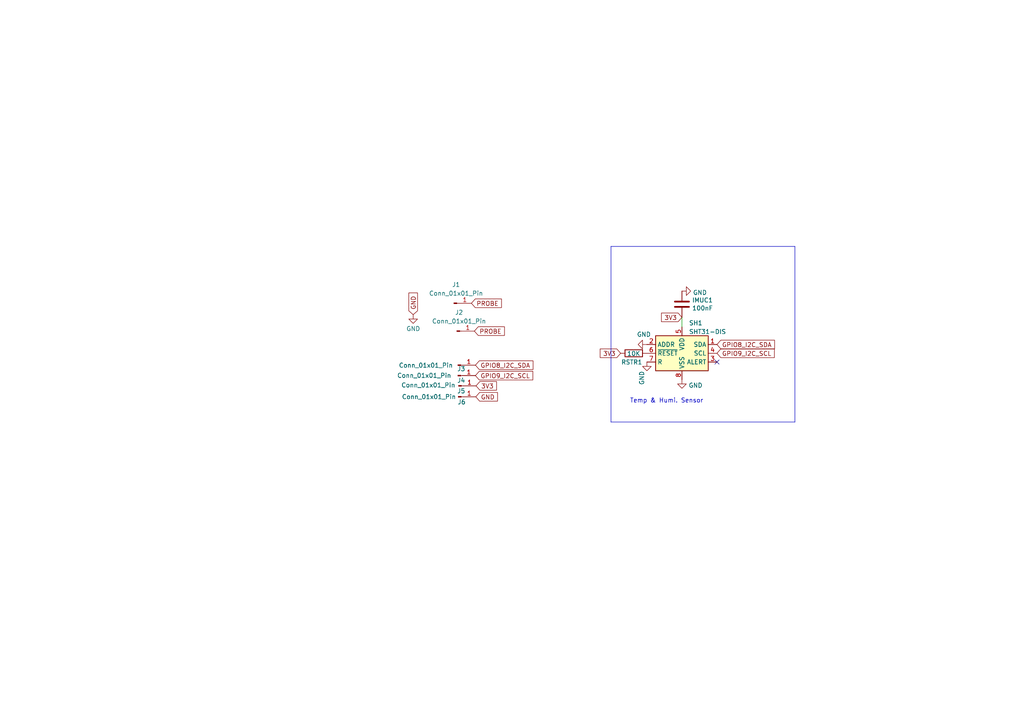
<source format=kicad_sch>
(kicad_sch (version 20230121) (generator eeschema)

  (uuid 9214748f-faa1-4cf0-90fa-79fd3b43b169)

  (paper "A4")

  (lib_symbols
    (symbol "Connector:Conn_01x01_Pin" (pin_names (offset 1.016) hide) (in_bom yes) (on_board yes)
      (property "Reference" "J" (at 0 2.54 0)
        (effects (font (size 1.27 1.27)))
      )
      (property "Value" "Conn_01x01_Pin" (at 0 -2.54 0)
        (effects (font (size 1.27 1.27)))
      )
      (property "Footprint" "" (at 0 0 0)
        (effects (font (size 1.27 1.27)) hide)
      )
      (property "Datasheet" "~" (at 0 0 0)
        (effects (font (size 1.27 1.27)) hide)
      )
      (property "ki_locked" "" (at 0 0 0)
        (effects (font (size 1.27 1.27)))
      )
      (property "ki_keywords" "connector" (at 0 0 0)
        (effects (font (size 1.27 1.27)) hide)
      )
      (property "ki_description" "Generic connector, single row, 01x01, script generated" (at 0 0 0)
        (effects (font (size 1.27 1.27)) hide)
      )
      (property "ki_fp_filters" "Connector*:*_1x??_*" (at 0 0 0)
        (effects (font (size 1.27 1.27)) hide)
      )
      (symbol "Conn_01x01_Pin_1_1"
        (polyline
          (pts
            (xy 1.27 0)
            (xy 0.8636 0)
          )
          (stroke (width 0.1524) (type default))
          (fill (type none))
        )
        (rectangle (start 0.8636 0.127) (end 0 -0.127)
          (stroke (width 0.1524) (type default))
          (fill (type outline))
        )
        (pin passive line (at 5.08 0 180) (length 3.81)
          (name "Pin_1" (effects (font (size 1.27 1.27))))
          (number "1" (effects (font (size 1.27 1.27))))
        )
      )
    )
    (symbol "Device:C" (pin_numbers hide) (pin_names (offset 0.254)) (in_bom yes) (on_board yes)
      (property "Reference" "C" (at 0.635 2.54 0)
        (effects (font (size 1.27 1.27)) (justify left))
      )
      (property "Value" "C" (at 0.635 -2.54 0)
        (effects (font (size 1.27 1.27)) (justify left))
      )
      (property "Footprint" "" (at 0.9652 -3.81 0)
        (effects (font (size 1.27 1.27)) hide)
      )
      (property "Datasheet" "~" (at 0 0 0)
        (effects (font (size 1.27 1.27)) hide)
      )
      (property "ki_keywords" "cap capacitor" (at 0 0 0)
        (effects (font (size 1.27 1.27)) hide)
      )
      (property "ki_description" "Unpolarized capacitor" (at 0 0 0)
        (effects (font (size 1.27 1.27)) hide)
      )
      (property "ki_fp_filters" "C_*" (at 0 0 0)
        (effects (font (size 1.27 1.27)) hide)
      )
      (symbol "C_0_1"
        (polyline
          (pts
            (xy -2.032 -0.762)
            (xy 2.032 -0.762)
          )
          (stroke (width 0.508) (type default))
          (fill (type none))
        )
        (polyline
          (pts
            (xy -2.032 0.762)
            (xy 2.032 0.762)
          )
          (stroke (width 0.508) (type default))
          (fill (type none))
        )
      )
      (symbol "C_1_1"
        (pin passive line (at 0 3.81 270) (length 2.794)
          (name "~" (effects (font (size 1.27 1.27))))
          (number "1" (effects (font (size 1.27 1.27))))
        )
        (pin passive line (at 0 -3.81 90) (length 2.794)
          (name "~" (effects (font (size 1.27 1.27))))
          (number "2" (effects (font (size 1.27 1.27))))
        )
      )
    )
    (symbol "Device:R" (pin_numbers hide) (pin_names (offset 0)) (in_bom yes) (on_board yes)
      (property "Reference" "R" (at 2.032 0 90)
        (effects (font (size 1.27 1.27)))
      )
      (property "Value" "R" (at 0 0 90)
        (effects (font (size 1.27 1.27)))
      )
      (property "Footprint" "" (at -1.778 0 90)
        (effects (font (size 1.27 1.27)) hide)
      )
      (property "Datasheet" "~" (at 0 0 0)
        (effects (font (size 1.27 1.27)) hide)
      )
      (property "ki_keywords" "R res resistor" (at 0 0 0)
        (effects (font (size 1.27 1.27)) hide)
      )
      (property "ki_description" "Resistor" (at 0 0 0)
        (effects (font (size 1.27 1.27)) hide)
      )
      (property "ki_fp_filters" "R_*" (at 0 0 0)
        (effects (font (size 1.27 1.27)) hide)
      )
      (symbol "R_0_1"
        (rectangle (start -1.016 -2.54) (end 1.016 2.54)
          (stroke (width 0.254) (type default))
          (fill (type none))
        )
      )
      (symbol "R_1_1"
        (pin passive line (at 0 3.81 270) (length 1.27)
          (name "~" (effects (font (size 1.27 1.27))))
          (number "1" (effects (font (size 1.27 1.27))))
        )
        (pin passive line (at 0 -3.81 90) (length 1.27)
          (name "~" (effects (font (size 1.27 1.27))))
          (number "2" (effects (font (size 1.27 1.27))))
        )
      )
    )
    (symbol "Sensor_Humidity:SHT31-DIS" (in_bom yes) (on_board yes)
      (property "Reference" "U" (at -6.35 6.35 0)
        (effects (font (size 1.27 1.27)))
      )
      (property "Value" "SHT31-DIS" (at 6.35 6.35 0)
        (effects (font (size 1.27 1.27)))
      )
      (property "Footprint" "Sensor_Humidity:Sensirion_DFN-8-1EP_2.5x2.5mm_P0.5mm_EP1.1x1.7mm" (at 0 1.27 0)
        (effects (font (size 1.27 1.27)) hide)
      )
      (property "Datasheet" "https://www.sensirion.com/fileadmin/user_upload/customers/sensirion/Dokumente/2_Humidity_Sensors/Datasheets/Sensirion_Humidity_Sensors_SHT3x_Datasheet_digital.pdf" (at 0 1.27 0)
        (effects (font (size 1.27 1.27)) hide)
      )
      (property "ki_keywords" "digital temperature humidity i2c" (at 0 0 0)
        (effects (font (size 1.27 1.27)) hide)
      )
      (property "ki_description" "I²C humidity and temperature sensor, ±2%RH, ±0.2°C, DFN-8" (at 0 0 0)
        (effects (font (size 1.27 1.27)) hide)
      )
      (property "ki_fp_filters" "Sensirion*DFN*1EP*2.5x2.5mm*P0.5mm*" (at 0 0 0)
        (effects (font (size 1.27 1.27)) hide)
      )
      (symbol "SHT31-DIS_0_1"
        (rectangle (start -7.62 5.08) (end 7.62 -5.08)
          (stroke (width 0.254) (type default))
          (fill (type background))
        )
      )
      (symbol "SHT31-DIS_1_1"
        (pin bidirectional line (at 10.16 2.54 180) (length 2.54)
          (name "SDA" (effects (font (size 1.27 1.27))))
          (number "1" (effects (font (size 1.27 1.27))))
        )
        (pin input line (at -10.16 2.54 0) (length 2.54)
          (name "ADDR" (effects (font (size 1.27 1.27))))
          (number "2" (effects (font (size 1.27 1.27))))
        )
        (pin output line (at 10.16 -2.54 180) (length 2.54)
          (name "ALERT" (effects (font (size 1.27 1.27))))
          (number "3" (effects (font (size 1.27 1.27))))
        )
        (pin input line (at 10.16 0 180) (length 2.54)
          (name "SCL" (effects (font (size 1.27 1.27))))
          (number "4" (effects (font (size 1.27 1.27))))
        )
        (pin power_in line (at 0 7.62 270) (length 2.54)
          (name "VDD" (effects (font (size 1.27 1.27))))
          (number "5" (effects (font (size 1.27 1.27))))
        )
        (pin input line (at -10.16 0 0) (length 2.54)
          (name "~{RESET}" (effects (font (size 1.27 1.27))))
          (number "6" (effects (font (size 1.27 1.27))))
        )
        (pin passive line (at -10.16 -2.54 0) (length 2.54)
          (name "R" (effects (font (size 1.27 1.27))))
          (number "7" (effects (font (size 1.27 1.27))))
        )
        (pin power_in line (at 0 -7.62 90) (length 2.54)
          (name "VSS" (effects (font (size 1.27 1.27))))
          (number "8" (effects (font (size 1.27 1.27))))
        )
        (pin passive line (at 0 -7.62 90) (length 2.54) hide
          (name "VSS" (effects (font (size 1.27 1.27))))
          (number "9" (effects (font (size 1.27 1.27))))
        )
      )
    )
    (symbol "power:GND" (power) (pin_names (offset 0)) (in_bom yes) (on_board yes)
      (property "Reference" "#PWR" (at 0 -6.35 0)
        (effects (font (size 1.27 1.27)) hide)
      )
      (property "Value" "GND" (at 0 -3.81 0)
        (effects (font (size 1.27 1.27)))
      )
      (property "Footprint" "" (at 0 0 0)
        (effects (font (size 1.27 1.27)) hide)
      )
      (property "Datasheet" "" (at 0 0 0)
        (effects (font (size 1.27 1.27)) hide)
      )
      (property "ki_keywords" "global power" (at 0 0 0)
        (effects (font (size 1.27 1.27)) hide)
      )
      (property "ki_description" "Power symbol creates a global label with name \"GND\" , ground" (at 0 0 0)
        (effects (font (size 1.27 1.27)) hide)
      )
      (symbol "GND_0_1"
        (polyline
          (pts
            (xy 0 0)
            (xy 0 -1.27)
            (xy 1.27 -1.27)
            (xy 0 -2.54)
            (xy -1.27 -1.27)
            (xy 0 -1.27)
          )
          (stroke (width 0) (type default))
          (fill (type none))
        )
      )
      (symbol "GND_1_1"
        (pin power_in line (at 0 0 270) (length 0) hide
          (name "GND" (effects (font (size 1.27 1.27))))
          (number "1" (effects (font (size 1.27 1.27))))
        )
      )
    )
  )


  (no_connect (at 207.9498 105.0036) (uuid cff6ed74-1101-42a5-ba12-1058bfa3613c))

  (wire (pts (xy 197.7898 92.0496) (xy 197.7898 94.8436))
    (stroke (width 0) (type default))
    (uuid 05b4165f-6154-45a6-975e-6388d4d8f0ae)
  )
  (polyline (pts (xy 177.2158 122.4026) (xy 177.2158 71.4756))
    (stroke (width 0) (type default))
    (uuid 68ff5714-3c82-405c-90f0-b782c0117bff)
  )
  (polyline (pts (xy 177.2158 122.4026) (xy 230.5558 122.4026))
    (stroke (width 0) (type default))
    (uuid 7f69d8ed-c2a4-4006-af92-b424650b882c)
  )
  (polyline (pts (xy 230.5558 71.4756) (xy 230.5558 122.4026))
    (stroke (width 0) (type default))
    (uuid a5a22694-d592-4aff-b00e-ab26f5ee0686)
  )
  (polyline (pts (xy 177.2158 71.4756) (xy 230.5558 71.4756))
    (stroke (width 0) (type default))
    (uuid e0571bec-5eb2-4e0b-a1f1-1932eaa7dad2)
  )

  (text "Temp & Humi. Sensor" (at 182.6768 117.0686 0)
    (effects (font (size 1.27 1.27)) (justify left bottom))
    (uuid 50060c21-7363-4f63-80c8-731c0c49d0b0)
  )

  (global_label "GPIO8_I2C_SDA" (shape input) (at 137.8966 105.918 0) (fields_autoplaced)
    (effects (font (size 1.27 1.27)) (justify left))
    (uuid 028b238e-349b-4af9-b29c-1e1147c8ea4c)
    (property "Intersheetrefs" "${INTERSHEET_REFS}" (at 154.5821 105.9974 0)
      (effects (font (size 1.27 1.27)) (justify left) hide)
    )
  )
  (global_label "GPIO9_I2C_SCL" (shape input) (at 207.9498 102.4636 0) (fields_autoplaced)
    (effects (font (size 1.27 1.27)) (justify left))
    (uuid 143368ce-ad76-4fe0-ab15-d60fc6ff8ac7)
    (property "Intersheetrefs" "${INTERSHEET_REFS}" (at 224.5748 102.543 0)
      (effects (font (size 1.27 1.27)) (justify left) hide)
    )
  )
  (global_label "GND" (shape input) (at 137.9982 115.0874 0) (fields_autoplaced)
    (effects (font (size 1.27 1.27)) (justify left))
    (uuid 1a4343fb-58a1-4f1f-a4a2-b47b60ad06e5)
    (property "Intersheetrefs" "${INTERSHEET_REFS}" (at 144.8539 115.0874 0)
      (effects (font (size 1.27 1.27)) (justify left) hide)
    )
  )
  (global_label "GND" (shape input) (at 119.8372 91.2622 90) (fields_autoplaced)
    (effects (font (size 1.27 1.27)) (justify left))
    (uuid 1e400e23-855b-4cd5-923d-6382572e202d)
    (property "Intersheetrefs" "${INTERSHEET_REFS}" (at 119.8372 84.4065 90)
      (effects (font (size 1.27 1.27)) (justify left) hide)
    )
  )
  (global_label "3V3" (shape input) (at 138.0744 111.9124 0) (fields_autoplaced)
    (effects (font (size 1.27 1.27)) (justify left))
    (uuid 5de967cf-c7ce-430e-a318-211dade3898b)
    (property "Intersheetrefs" "${INTERSHEET_REFS}" (at 144.5672 111.9124 0)
      (effects (font (size 1.27 1.27)) (justify left) hide)
    )
  )
  (global_label "GPIO8_I2C_SDA" (shape input) (at 207.9498 99.9236 0) (fields_autoplaced)
    (effects (font (size 1.27 1.27)) (justify left))
    (uuid 78b4969b-3eed-4818-9f29-e6bf19a8cc11)
    (property "Intersheetrefs" "${INTERSHEET_REFS}" (at 224.6353 100.003 0)
      (effects (font (size 1.27 1.27)) (justify left) hide)
    )
  )
  (global_label "3V3" (shape input) (at 180.0098 102.4636 180) (fields_autoplaced)
    (effects (font (size 1.27 1.27)) (justify right))
    (uuid 9827c6ef-90c2-4cd8-841d-cfff418a37b1)
    (property "Intersheetrefs" "${INTERSHEET_REFS}" (at 174.0891 102.3842 0)
      (effects (font (size 1.27 1.27)) (justify right) hide)
    )
  )
  (global_label "GPIO9_I2C_SCL" (shape input) (at 137.8966 108.9406 0) (fields_autoplaced)
    (effects (font (size 1.27 1.27)) (justify left))
    (uuid a019a629-8645-48ce-a543-3fcab475b163)
    (property "Intersheetrefs" "${INTERSHEET_REFS}" (at 154.5216 109.02 0)
      (effects (font (size 1.27 1.27)) (justify left) hide)
    )
  )
  (global_label "PROBE" (shape input) (at 137.5918 96.0374 0) (fields_autoplaced)
    (effects (font (size 1.27 1.27)) (justify left))
    (uuid cf7476eb-c931-45e8-8aa4-bf8e99b8cb5e)
    (property "Intersheetrefs" "${INTERSHEET_REFS}" (at 146.8665 96.0374 0)
      (effects (font (size 1.27 1.27)) (justify left) hide)
    )
  )
  (global_label "3V3" (shape input) (at 197.7898 92.0496 180) (fields_autoplaced)
    (effects (font (size 1.27 1.27)) (justify right))
    (uuid e049cf13-9473-42f3-9684-bb54e8181328)
    (property "Intersheetrefs" "${INTERSHEET_REFS}" (at 191.8691 91.9702 0)
      (effects (font (size 1.27 1.27)) (justify right) hide)
    )
  )
  (global_label "PROBE" (shape input) (at 136.7282 87.9602 0) (fields_autoplaced)
    (effects (font (size 1.27 1.27)) (justify left))
    (uuid f4bbd0da-3e8d-42d3-9204-c8f8c877372d)
    (property "Intersheetrefs" "${INTERSHEET_REFS}" (at 146.0029 87.9602 0)
      (effects (font (size 1.27 1.27)) (justify left) hide)
    )
  )

  (symbol (lib_id "power:GND") (at 187.6298 99.9236 270) (mirror x) (unit 1)
    (in_bom yes) (on_board yes) (dnp no)
    (uuid 32efc4b0-bc73-44e2-a391-7cd6850abc1c)
    (property "Reference" "#PWR02" (at 181.2798 99.9236 0)
      (effects (font (size 1.27 1.27)) hide)
    )
    (property "Value" "GND" (at 184.7088 97.0026 90)
      (effects (font (size 1.27 1.27)) (justify left))
    )
    (property "Footprint" "" (at 187.6298 99.9236 0)
      (effects (font (size 1.27 1.27)) hide)
    )
    (property "Datasheet" "" (at 187.6298 99.9236 0)
      (effects (font (size 1.27 1.27)) hide)
    )
    (pin "1" (uuid bd642727-3844-469b-8e38-a5562ed090f5))
    (instances
      (project "100mm_capacitive_probe"
        (path "/9214748f-faa1-4cf0-90fa-79fd3b43b169"
          (reference "#PWR02") (unit 1)
        )
      )
      (project "esp32_soil_moisture_sensor"
        (path "/c10be548-987f-4453-aa98-77901492af2e"
          (reference "#PWR0131") (unit 1)
        )
      )
    )
  )

  (symbol (lib_id "Connector:Conn_01x01_Pin") (at 132.8166 105.918 0) (unit 1)
    (in_bom yes) (on_board yes) (dnp no)
    (uuid 4257514d-4d4a-466e-9714-c08d89225080)
    (property "Reference" "J3" (at 133.7818 106.9848 0)
      (effects (font (size 1.27 1.27)))
    )
    (property "Value" "Conn_01x01_Pin" (at 123.5202 105.9688 0)
      (effects (font (size 1.27 1.27)))
    )
    (property "Footprint" "TestPoint:TestPoint_Pad_1.0x1.0mm" (at 132.8166 105.918 0)
      (effects (font (size 1.27 1.27)) hide)
    )
    (property "Datasheet" "~" (at 132.8166 105.918 0)
      (effects (font (size 1.27 1.27)) hide)
    )
    (pin "1" (uuid 593fa2ec-ea40-4580-a380-2627d7e18493))
    (instances
      (project "100mm_capacitive_probe"
        (path "/9214748f-faa1-4cf0-90fa-79fd3b43b169"
          (reference "J3") (unit 1)
        )
      )
    )
  )

  (symbol (lib_id "Connector:Conn_01x01_Pin") (at 132.9182 115.0874 0) (unit 1)
    (in_bom yes) (on_board yes) (dnp no)
    (uuid 4561d3d1-ade0-4aec-9d72-15668f8d0d2a)
    (property "Reference" "J6" (at 133.9088 116.6114 0)
      (effects (font (size 1.27 1.27)))
    )
    (property "Value" "Conn_01x01_Pin" (at 124.4092 115.0874 0)
      (effects (font (size 1.27 1.27)))
    )
    (property "Footprint" "TestPoint:TestPoint_Pad_1.0x1.0mm" (at 132.9182 115.0874 0)
      (effects (font (size 1.27 1.27)) hide)
    )
    (property "Datasheet" "~" (at 132.9182 115.0874 0)
      (effects (font (size 1.27 1.27)) hide)
    )
    (pin "1" (uuid 45f9849e-4992-472e-abc2-d5d031ebe5d8))
    (instances
      (project "100mm_capacitive_probe"
        (path "/9214748f-faa1-4cf0-90fa-79fd3b43b169"
          (reference "J6") (unit 1)
        )
      )
    )
  )

  (symbol (lib_id "power:GND") (at 197.7898 84.4296 90) (unit 1)
    (in_bom yes) (on_board yes) (dnp no) (fields_autoplaced)
    (uuid 5700dac0-681e-4741-a09d-932a8ab0f2e2)
    (property "Reference" "#PWR04" (at 204.1398 84.4296 0)
      (effects (font (size 1.27 1.27)) hide)
    )
    (property "Value" "GND" (at 200.9648 84.8634 90)
      (effects (font (size 1.27 1.27)) (justify right))
    )
    (property "Footprint" "" (at 197.7898 84.4296 0)
      (effects (font (size 1.27 1.27)) hide)
    )
    (property "Datasheet" "" (at 197.7898 84.4296 0)
      (effects (font (size 1.27 1.27)) hide)
    )
    (pin "1" (uuid 612b7a16-ad41-41d6-8a4f-27e1d60c65df))
    (instances
      (project "100mm_capacitive_probe"
        (path "/9214748f-faa1-4cf0-90fa-79fd3b43b169"
          (reference "#PWR04") (unit 1)
        )
      )
      (project "esp32_soil_moisture_sensor"
        (path "/c10be548-987f-4453-aa98-77901492af2e"
          (reference "#PWR0132") (unit 1)
        )
      )
    )
  )

  (symbol (lib_id "Connector:Conn_01x01_Pin") (at 132.9944 111.9124 0) (unit 1)
    (in_bom yes) (on_board yes) (dnp no)
    (uuid 5b67d9a4-6b21-4b4e-b7ee-dae23e78d454)
    (property "Reference" "J5" (at 133.7818 113.411 0)
      (effects (font (size 1.27 1.27)))
    )
    (property "Value" "Conn_01x01_Pin" (at 124.2314 111.7092 0)
      (effects (font (size 1.27 1.27)))
    )
    (property "Footprint" "TestPoint:TestPoint_Pad_1.0x1.0mm" (at 132.9944 111.9124 0)
      (effects (font (size 1.27 1.27)) hide)
    )
    (property "Datasheet" "~" (at 132.9944 111.9124 0)
      (effects (font (size 1.27 1.27)) hide)
    )
    (pin "1" (uuid 3468b8c7-244d-4bad-b25c-d488086208d7))
    (instances
      (project "100mm_capacitive_probe"
        (path "/9214748f-faa1-4cf0-90fa-79fd3b43b169"
          (reference "J5") (unit 1)
        )
      )
    )
  )

  (symbol (lib_id "Device:C") (at 197.7898 88.2396 0) (unit 1)
    (in_bom yes) (on_board yes) (dnp no)
    (uuid 858737eb-7970-414f-a4d2-72344f95fe41)
    (property "Reference" "IMUC1" (at 200.7108 87.0712 0)
      (effects (font (size 1.27 1.27)) (justify left))
    )
    (property "Value" "100nF" (at 200.7108 89.3826 0)
      (effects (font (size 1.27 1.27)) (justify left))
    )
    (property "Footprint" "Capacitor_SMD:C_0603_1608Metric" (at 198.755 92.0496 0)
      (effects (font (size 1.27 1.27)) hide)
    )
    (property "Datasheet" "~" (at 197.7898 88.2396 0)
      (effects (font (size 1.27 1.27)) hide)
    )
    (pin "1" (uuid 431d1b2c-259e-4b4c-b431-e0c2ef6a9ace))
    (pin "2" (uuid fa0fe02b-0950-43d3-a1e8-e75ae7d97ebd))
    (instances
      (project "100mm_capacitive_probe"
        (path "/9214748f-faa1-4cf0-90fa-79fd3b43b169"
          (reference "IMUC1") (unit 1)
        )
      )
      (project "esp32_soil_moisture_sensor"
        (path "/c10be548-987f-4453-aa98-77901492af2e"
          (reference "IMUC2") (unit 1)
        )
      )
    )
  )

  (symbol (lib_id "Connector:Conn_01x01_Pin") (at 132.5118 96.0374 0) (unit 1)
    (in_bom yes) (on_board yes) (dnp no) (fields_autoplaced)
    (uuid 95f13827-8b41-4079-8430-80cfddc50970)
    (property "Reference" "J2" (at 133.1468 90.6272 0)
      (effects (font (size 1.27 1.27)))
    )
    (property "Value" "Conn_01x01_Pin" (at 133.1468 93.1672 0)
      (effects (font (size 1.27 1.27)))
    )
    (property "Footprint" "TestPoint:TestPoint_Pad_1.5x1.5mm" (at 132.5118 96.0374 0)
      (effects (font (size 1.27 1.27)) hide)
    )
    (property "Datasheet" "~" (at 132.5118 96.0374 0)
      (effects (font (size 1.27 1.27)) hide)
    )
    (pin "1" (uuid 41d82872-2074-4c04-9bf0-5093c7f1f9bc))
    (instances
      (project "100mm_capacitive_probe"
        (path "/9214748f-faa1-4cf0-90fa-79fd3b43b169"
          (reference "J2") (unit 1)
        )
      )
    )
  )

  (symbol (lib_id "Device:R") (at 183.8198 102.4636 90) (unit 1)
    (in_bom yes) (on_board yes) (dnp no)
    (uuid a36651fb-c568-4505-8a7f-cf19bfa31372)
    (property "Reference" "RSTR1" (at 183.2356 105.0544 90)
      (effects (font (size 1.27 1.27)))
    )
    (property "Value" "10K" (at 183.7944 102.5652 90)
      (effects (font (size 1.27 1.27)))
    )
    (property "Footprint" "Resistor_SMD:R_0603_1608Metric" (at 183.8198 104.2416 90)
      (effects (font (size 1.27 1.27)) hide)
    )
    (property "Datasheet" "~" (at 183.8198 102.4636 0)
      (effects (font (size 1.27 1.27)) hide)
    )
    (pin "1" (uuid b8a320e0-f31c-46df-b311-625f2b267d0b))
    (pin "2" (uuid 0e7edf76-4c4e-4e86-9653-195c669bc3ae))
    (instances
      (project "100mm_capacitive_probe"
        (path "/9214748f-faa1-4cf0-90fa-79fd3b43b169"
          (reference "RSTR1") (unit 1)
        )
      )
    )
  )

  (symbol (lib_id "Sensor_Humidity:SHT31-DIS") (at 197.7898 102.4636 0) (unit 1)
    (in_bom yes) (on_board yes) (dnp no) (fields_autoplaced)
    (uuid ba5ca037-67f5-42cc-971e-755a0d79cb15)
    (property "Reference" "SH1" (at 199.8092 93.6838 0)
      (effects (font (size 1.27 1.27)) (justify left))
    )
    (property "Value" "SHT31-DIS" (at 199.8092 96.2207 0)
      (effects (font (size 1.27 1.27)) (justify left))
    )
    (property "Footprint" "AeonLabs_Sensors:Sensirion_DFN-8-1EP_2.5x2.5mm_P0.5mm_EP1.1x1.7mm" (at 197.7898 101.1936 0)
      (effects (font (size 1.27 1.27)) hide)
    )
    (property "Datasheet" "https://www.sensirion.com/fileadmin/user_upload/customers/sensirion/Dokumente/2_Humidity_Sensors/Datasheets/Sensirion_Humidity_Sensors_SHT3x_Datasheet_digital.pdf" (at 197.7898 101.1936 0)
      (effects (font (size 1.27 1.27)) hide)
    )
    (pin "1" (uuid a9b908ae-e99f-42c1-a1e4-ae3ffeb94661))
    (pin "2" (uuid e1f366ba-5374-4360-8a1a-b6b642dde064))
    (pin "3" (uuid d59838e5-0edf-4303-ad9f-63d0593c4674))
    (pin "4" (uuid fdb8f211-7a4e-4326-9a7a-c4915cc6190c))
    (pin "5" (uuid 24de721c-f774-442f-ab38-1df2f214a229))
    (pin "6" (uuid f906b319-9732-4970-b1ef-ce51f24719b4))
    (pin "7" (uuid 41a2cda1-de62-4509-aeeb-197ad726e99f))
    (pin "8" (uuid 4d7be127-4dfb-4d8a-9f6b-eae333644b86))
    (pin "9" (uuid cb77dd85-bea4-400c-b65f-9dc9ff845b79))
    (instances
      (project "100mm_capacitive_probe"
        (path "/9214748f-faa1-4cf0-90fa-79fd3b43b169"
          (reference "SH1") (unit 1)
        )
      )
      (project "esp32_soil_moisture_sensor"
        (path "/c10be548-987f-4453-aa98-77901492af2e"
          (reference "SH1") (unit 1)
        )
      )
    )
  )

  (symbol (lib_id "Connector:Conn_01x01_Pin") (at 132.8166 108.9406 0) (unit 1)
    (in_bom yes) (on_board yes) (dnp no)
    (uuid d251b537-ed7e-4083-9097-2782f7a595af)
    (property "Reference" "J4" (at 133.7818 110.3376 0)
      (effects (font (size 1.27 1.27)))
    )
    (property "Value" "Conn_01x01_Pin" (at 123.0376 108.9152 0)
      (effects (font (size 1.27 1.27)))
    )
    (property "Footprint" "TestPoint:TestPoint_Pad_1.0x1.0mm" (at 132.8166 108.9406 0)
      (effects (font (size 1.27 1.27)) hide)
    )
    (property "Datasheet" "~" (at 132.8166 108.9406 0)
      (effects (font (size 1.27 1.27)) hide)
    )
    (pin "1" (uuid 0854d3c4-1dae-4b83-a58b-b0a252e1d0b7))
    (instances
      (project "100mm_capacitive_probe"
        (path "/9214748f-faa1-4cf0-90fa-79fd3b43b169"
          (reference "J4") (unit 1)
        )
      )
    )
  )

  (symbol (lib_id "power:GND") (at 119.8372 91.2622 0) (unit 1)
    (in_bom yes) (on_board yes) (dnp no)
    (uuid d87dc2ff-4abf-4942-89b0-e409c0d86aae)
    (property "Reference" "#PWR01" (at 119.8372 97.6122 0)
      (effects (font (size 1.27 1.27)) hide)
    )
    (property "Value" "GND" (at 119.8626 95.3516 0)
      (effects (font (size 1.27 1.27)))
    )
    (property "Footprint" "" (at 119.8372 91.2622 0)
      (effects (font (size 1.27 1.27)) hide)
    )
    (property "Datasheet" "" (at 119.8372 91.2622 0)
      (effects (font (size 1.27 1.27)) hide)
    )
    (pin "1" (uuid db8c1350-48bd-4ad4-a6c2-67fe7daed22a))
    (instances
      (project "100mm_capacitive_probe"
        (path "/9214748f-faa1-4cf0-90fa-79fd3b43b169"
          (reference "#PWR01") (unit 1)
        )
      )
    )
  )

  (symbol (lib_id "power:GND") (at 197.7898 110.0836 0) (unit 1)
    (in_bom yes) (on_board yes) (dnp no) (fields_autoplaced)
    (uuid db973398-a1cc-4e63-9252-a1bbdaf9adbd)
    (property "Reference" "#PWR05" (at 197.7898 116.4336 0)
      (effects (font (size 1.27 1.27)) hide)
    )
    (property "Value" "GND" (at 199.6948 111.7874 0)
      (effects (font (size 1.27 1.27)) (justify left))
    )
    (property "Footprint" "" (at 197.7898 110.0836 0)
      (effects (font (size 1.27 1.27)) hide)
    )
    (property "Datasheet" "" (at 197.7898 110.0836 0)
      (effects (font (size 1.27 1.27)) hide)
    )
    (pin "1" (uuid 330e29c1-bb2d-4b1c-8e14-6da82b2905c9))
    (instances
      (project "100mm_capacitive_probe"
        (path "/9214748f-faa1-4cf0-90fa-79fd3b43b169"
          (reference "#PWR05") (unit 1)
        )
      )
      (project "esp32_soil_moisture_sensor"
        (path "/c10be548-987f-4453-aa98-77901492af2e"
          (reference "#PWR0130") (unit 1)
        )
      )
    )
  )

  (symbol (lib_id "Connector:Conn_01x01_Pin") (at 131.6482 87.9602 0) (unit 1)
    (in_bom yes) (on_board yes) (dnp no) (fields_autoplaced)
    (uuid deff0ef8-b202-499f-a24a-e546f48ed2fd)
    (property "Reference" "J1" (at 132.2832 82.55 0)
      (effects (font (size 1.27 1.27)))
    )
    (property "Value" "Conn_01x01_Pin" (at 132.2832 85.09 0)
      (effects (font (size 1.27 1.27)))
    )
    (property "Footprint" "TestPoint:TestPoint_Pad_1.5x1.5mm" (at 131.6482 87.9602 0)
      (effects (font (size 1.27 1.27)) hide)
    )
    (property "Datasheet" "~" (at 131.6482 87.9602 0)
      (effects (font (size 1.27 1.27)) hide)
    )
    (pin "1" (uuid be7cc2c6-4f73-4a8c-aac3-a18da6598c85))
    (instances
      (project "100mm_capacitive_probe"
        (path "/9214748f-faa1-4cf0-90fa-79fd3b43b169"
          (reference "J1") (unit 1)
        )
      )
    )
  )

  (symbol (lib_id "power:GND") (at 187.6298 105.0036 0) (mirror y) (unit 1)
    (in_bom yes) (on_board yes) (dnp no)
    (uuid fa1b1cda-35a0-4739-82e9-12786bfce3a7)
    (property "Reference" "#PWR03" (at 187.6298 111.3536 0)
      (effects (font (size 1.27 1.27)) hide)
    )
    (property "Value" "GND" (at 186.1566 111.6838 90)
      (effects (font (size 1.27 1.27)) (justify left))
    )
    (property "Footprint" "" (at 187.6298 105.0036 0)
      (effects (font (size 1.27 1.27)) hide)
    )
    (property "Datasheet" "" (at 187.6298 105.0036 0)
      (effects (font (size 1.27 1.27)) hide)
    )
    (pin "1" (uuid 24bba54d-c728-450e-acbf-719a2ab061d8))
    (instances
      (project "100mm_capacitive_probe"
        (path "/9214748f-faa1-4cf0-90fa-79fd3b43b169"
          (reference "#PWR03") (unit 1)
        )
      )
      (project "esp32_soil_moisture_sensor"
        (path "/c10be548-987f-4453-aa98-77901492af2e"
          (reference "#PWR0159") (unit 1)
        )
      )
    )
  )

  (sheet_instances
    (path "/" (page "1"))
  )
)

</source>
